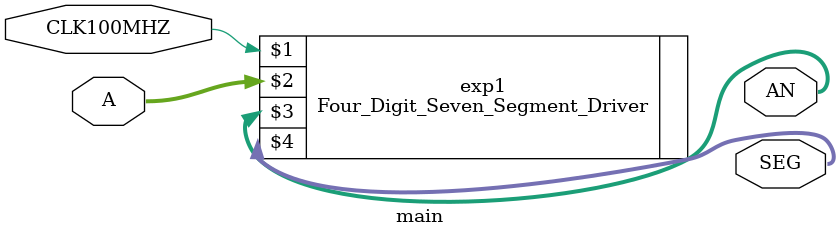
<source format=v>
`timescale 1ns / 1ps


module main(
  input CLK100MHZ, 
 input [7:0] A,
 output  [3:0] AN, 
 output  [6:0] SEG 
    );
Four_Digit_Seven_Segment_Driver exp1(CLK100MHZ, A, AN, SEG);
endmodule

</source>
